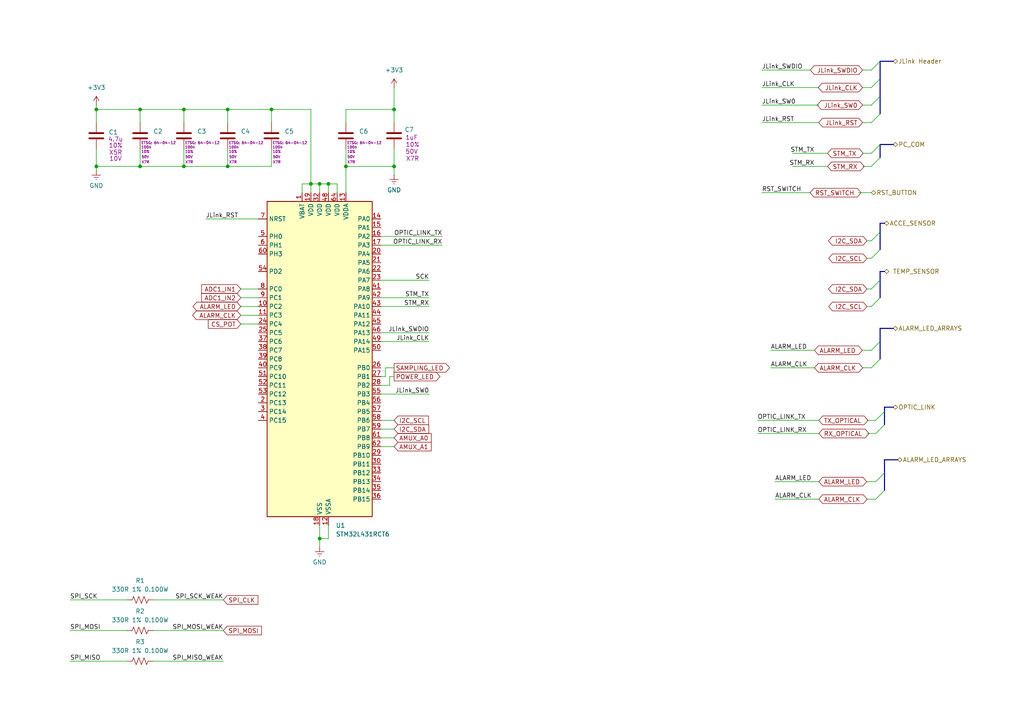
<source format=kicad_sch>
(kicad_sch (version 20250114) (generator "eeschema") (generator_version "9.0")
  (paper "A4")
  (lib_symbols
    (symbol "Device:C" (pin_numbers (hide yes)) (pin_names (offset 0.254))
      (property "Reference" "C" (at 0.635 2.54 0))
      (property "Value" "C" (at 0.635 -2.54 0))
      (symbol "C_0_1"
        (polyline (pts (xy -2.032 0.762) (xy 2.032 0.762)) (stroke (width 0.508)))
        (polyline (pts (xy -2.032 -0.762) (xy 2.032 -0.762)) (stroke (width 0.508)))
      )
      (symbol "C_1_1"
        (pin passive line (at 0 3.81 270) (length 2.794) (name "~") (number "1"))
        (pin passive line (at 0 -3.81 90) (length 2.794) (name "~") (number "2"))
      )
    )
    (symbol "Device:R_US" (pin_numbers (hide yes)) (pin_names (offset 0))
      (property "Reference" "R" (at 2.54 0 90))
      (property "Value" "R_US" (at -2.54 0 90))
      (symbol "R_US_0_1"
        (polyline (pts (xy 0 2.286) (xy 0 2.54)))
        (polyline (pts (xy 0 2.286) (xy 1.016 1.905) (xy 0 1.524) (xy -1.016 1.143) (xy 0 0.762)))
        (polyline (pts (xy 0 0.762) (xy 1.016 0.381) (xy 0 0) (xy -1.016 -0.381) (xy 0 -0.762)))
        (polyline (pts (xy 0 -0.762) (xy 1.016 -1.143) (xy 0 -1.524) (xy -1.016 -1.905) (xy 0 -2.286)))
        (polyline (pts (xy 0 -2.286) (xy 0 -2.54)))
      )
      (symbol "R_US_1_1"
        (pin passive line (at 0 3.81 270) (length 1.27) (name "~") (number "1"))
        (pin passive line (at 0 -3.81 90) (length 1.27) (name "~") (number "2"))
      )
    )
    (symbol "MCU_ST_STM32L4:STM32L431RCTx"
      (property "Reference" "U" (at -15.24 46.99 0))
      (property "Value" "STM32L431RCTx" (at 10.16 46.99 0))
      (symbol "STM32L431RCTx_0_1"
        (rectangle (start -15.24 -45.72) (end 15.24 45.72) (stroke (width 0.254)) (fill (type background)))
      )
      (symbol "STM32L431RCTx_1_1"
        (pin input line (at -17.78 40.64 0) (length 2.54) (name "NRST") (number "7"))
        (pin bidirectional line (at -17.78 35.56 0) (length 2.54) (name "PH0") (number "5"))
        (pin bidirectional line (at -17.78 33.02 0) (length 2.54) (name "PH1") (number "6"))
        (pin bidirectional line (at -17.78 30.48 0) (length 2.54) (name "PH3") (number "60"))
        (pin bidirectional line (at -17.78 25.4 0) (length 2.54) (name "PD2") (number "54"))
        (pin bidirectional line (at -17.78 20.32 0) (length 2.54) (name "PC0") (number "8"))
        (pin bidirectional line (at -17.78 17.78 0) (length 2.54) (name "PC1") (number "9"))
        (pin bidirectional line (at -17.78 15.24 0) (length 2.54) (name "PC2") (number "10"))
        (pin bidirectional line (at -17.78 12.7 0) (length 2.54) (name "PC3") (number "11"))
        (pin bidirectional line (at -17.78 10.16 0) (length 2.54) (name "PC4") (number "24"))
        (pin bidirectional line (at -17.78 7.62 0) (length 2.54) (name "PC5") (number "25"))
        (pin bidirectional line (at -17.78 5.08 0) (length 2.54) (name "PC6") (number "37"))
        (pin bidirectional line (at -17.78 2.54 0) (length 2.54) (name "PC7") (number "38"))
        (pin bidirectional line (at -17.78 0 0) (length 2.54) (name "PC8") (number "39"))
        (pin bidirectional line (at -17.78 -2.54 0) (length 2.54) (name "PC9") (number "40"))
        (pin bidirectional line (at -17.78 -5.08 0) (length 2.54) (name "PC10") (number "51"))
        (pin bidirectional line (at -17.78 -7.62 0) (length 2.54) (name "PC11") (number "52"))
        (pin bidirectional line (at -17.78 -10.16 0) (length 2.54) (name "PC12") (number "53"))
        (pin bidirectional line (at -17.78 -12.7 0) (length 2.54) (name "PC13") (number "2"))
        (pin bidirectional line (at -17.78 -15.24 0) (length 2.54) (name "PC14") (number "3"))
        (pin bidirectional line (at -17.78 -17.78 0) (length 2.54) (name "PC15") (number "4"))
        (pin power_in line (at -5.08 48.26 270) (length 2.54) (name "VBAT") (number "1"))
        (pin power_in line (at -2.54 48.26 270) (length 2.54) (name "VDD") (number "19"))
        (pin power_in line (at 0 48.26 270) (length 2.54) (name "VDD") (number "32"))
        (pin power_in line (at 0 -48.26 90) (length 2.54) (name "VSS") (number "18"))
        (pin passive line (at 0 -48.26 90) (length 2.54) (hide yes) (name "VSS") (number "31"))
        (pin passive line (at 0 -48.26 90) (length 2.54) (hide yes) (name "VSS") (number "47"))
        (pin passive line (at 0 -48.26 90) (length 2.54) (hide yes) (name "VSS") (number "63"))
        (pin power_in line (at 2.54 48.26 270) (length 2.54) (name "VDD") (number "48"))
        (pin power_in line (at 2.54 -48.26 90) (length 2.54) (name "VSSA") (number "12"))
        (pin power_in line (at 5.08 48.26 270) (length 2.54) (name "VDD") (number "64"))
        (pin power_in line (at 7.62 48.26 270) (length 2.54) (name "VDDA") (number "13"))
        (pin bidirectional line (at 17.78 40.64 180) (length 2.54) (name "PA0") (number "14"))
        (pin bidirectional line (at 17.78 38.1 180) (length 2.54) (name "PA1") (number "15"))
        (pin bidirectional line (at 17.78 35.56 180) (length 2.54) (name "PA2") (number "16"))
        (pin bidirectional line (at 17.78 33.02 180) (length 2.54) (name "PA3") (number "17"))
        (pin bidirectional line (at 17.78 30.48 180) (length 2.54) (name "PA4") (number "20"))
        (pin bidirectional line (at 17.78 27.94 180) (length 2.54) (name "PA5") (number "21"))
        (pin bidirectional line (at 17.78 25.4 180) (length 2.54) (name "PA6") (number "22"))
        (pin bidirectional line (at 17.78 22.86 180) (length 2.54) (name "PA7") (number "23"))
        (pin bidirectional line (at 17.78 20.32 180) (length 2.54) (name "PA8") (number "41"))
        (pin bidirectional line (at 17.78 17.78 180) (length 2.54) (name "PA9") (number "42"))
        (pin bidirectional line (at 17.78 15.24 180) (length 2.54) (name "PA10") (number "43"))
        (pin bidirectional line (at 17.78 12.7 180) (length 2.54) (name "PA11") (number "44"))
        (pin bidirectional line (at 17.78 10.16 180) (length 2.54) (name "PA12") (number "45"))
        (pin bidirectional line (at 17.78 7.62 180) (length 2.54) (name "PA13") (number "46"))
        (pin bidirectional line (at 17.78 5.08 180) (length 2.54) (name "PA14") (number "49"))
        (pin bidirectional line (at 17.78 2.54 180) (length 2.54) (name "PA15") (number "50"))
        (pin bidirectional line (at 17.78 -2.54 180) (length 2.54) (name "PB0") (number "26"))
        (pin bidirectional line (at 17.78 -5.08 180) (length 2.54) (name "PB1") (number "27"))
        (pin bidirectional line (at 17.78 -7.62 180) (length 2.54) (name "PB2") (number "28"))
        (pin bidirectional line (at 17.78 -10.16 180) (length 2.54) (name "PB3") (number "55"))
        (pin bidirectional line (at 17.78 -12.7 180) (length 2.54) (name "PB4") (number "56"))
        (pin bidirectional line (at 17.78 -15.24 180) (length 2.54) (name "PB5") (number "57"))
        (pin bidirectional line (at 17.78 -17.78 180) (length 2.54) (name "PB6") (number "58"))
        (pin bidirectional line (at 17.78 -20.32 180) (length 2.54) (name "PB7") (number "59"))
        (pin bidirectional line (at 17.78 -22.86 180) (length 2.54) (name "PB8") (number "61"))
        (pin bidirectional line (at 17.78 -25.4 180) (length 2.54) (name "PB9") (number "62"))
        (pin bidirectional line (at 17.78 -27.94 180) (length 2.54) (name "PB10") (number "29"))
        (pin bidirectional line (at 17.78 -30.48 180) (length 2.54) (name "PB11") (number "30"))
        (pin bidirectional line (at 17.78 -33.02 180) (length 2.54) (name "PB12") (number "33"))
        (pin bidirectional line (at 17.78 -35.56 180) (length 2.54) (name "PB13") (number "34"))
        (pin bidirectional line (at 17.78 -38.1 180) (length 2.54) (name "PB14") (number "35"))
        (pin bidirectional line (at 17.78 -40.64 180) (length 2.54) (name "PB15") (number "36"))
      )
    )
    (symbol "power:+3V3" (power) (pin_numbers (hide yes)) (pin_names (offset 0) (hide yes))
      (property "Value" "+3V3" (at 0 3.556 0))
      (symbol "+3V3_0_1"
        (polyline (pts (xy -0.762 1.27) (xy 0 2.54)))
        (polyline (pts (xy 0 2.54) (xy 0.762 1.27)))
        (polyline (pts (xy 0 0) (xy 0 2.54)))
      )
      (symbol "+3V3_1_1"
        (pin power_in line (at 0 0 90) (length 0) (name "~") (number "1"))
      )
    )
    (symbol "power:Earth" (power) (pin_numbers (hide yes)) (pin_names (offset 0) (hide yes))
      (property "Value" "Earth" (at 0 -3.81 0))
      (symbol "Earth_0_1"
        (polyline (pts (xy -0.635 -1.905) (xy 0.635 -1.905)))
        (polyline (pts (xy -0.127 -2.54) (xy 0.127 -2.54)))
        (polyline (pts (xy 0 -1.27) (xy 0 0)))
        (polyline (pts (xy 1.27 -1.27) (xy -1.27 -1.27)))
      )
      (symbol "Earth_1_1"
        (pin power_in line (at 0 0 270) (length 0) (name "~") (number "1"))
      )
    )
  )
  (junction (at 92.71 53.34))
  (junction (at 114.3 31.75))
  (junction (at 40.64 48.26))
  (junction (at 66.04 31.75))
  (junction (at 40.64 31.75))
  (junction (at 90.17 53.34))
  (junction (at 78.74 31.75))
  (junction (at 95.25 53.34))
  (junction (at 53.34 31.75))
  (junction (at 27.94 48.26))
  (junction (at 53.34 48.26))
  (junction (at 27.94 31.75))
  (junction (at 114.3 48.26))
  (junction (at 92.71 156.21))
  (junction (at 66.04 48.26))
  (junction (at 100.33 48.26))
  (bus_entry (at 255.27 86.36) (size -2.54 2.54))
  (bus_entry (at 256.54 142.24) (size -2.54 2.54))
  (bus_entry (at 255.27 99.06) (size -2.54 2.54))
  (bus_entry (at 252.73 69.85) (size 2.54 -2.54))
  (bus_entry (at 255.27 22.86) (size -2.54 2.54))
  (bus_entry (at 255.27 104.14) (size -2.54 2.54))
  (bus_entry (at 255.27 45.72) (size -2.54 2.54))
  (bus_entry (at 255.27 41.91) (size -2.54 2.54))
  (bus_entry (at 256.54 119.38) (size -2.54 2.54))
  (bus_entry (at 255.27 81.28) (size -2.54 2.54))
  (bus_entry (at 255.27 27.94) (size -2.54 2.54))
  (bus_entry (at 255.27 17.78) (size -2.54 2.54))
  (bus_entry (at 256.54 137.16) (size -2.54 2.54))
  (bus_entry (at 252.73 74.93) (size 2.54 -2.54))
  (bus_entry (at 255.27 33.02) (size -2.54 2.54))
  (bus_entry (at 256.54 123.19) (size -2.54 2.54))
  (wire (pts (xy 100.33 43.18) (xy 100.33 48.26)))
  (wire (pts (xy 252.73 20.32) (xy 250.19 20.32)))
  (bus (pts (xy 256.54 142.24) (xy 256.54 137.16)))
  (wire (pts (xy 251.46 88.9) (xy 252.73 88.9)))
  (wire (pts (xy 234.95 20.32) (xy 220.98 20.32)))
  (wire (pts (xy 224.79 139.7) (xy 237.49 139.7)))
  (wire (pts (xy 254 139.7) (xy 251.46 139.7)))
  (wire (pts (xy 252.73 44.45) (xy 250.19 44.45)))
  (wire (pts (xy 53.34 48.26) (xy 66.04 48.26)))
  (wire (pts (xy 236.22 106.68) (xy 223.52 106.68)))
  (wire (pts (xy 100.33 31.75) (xy 100.33 35.56)))
  (bus (pts (xy 256.54 123.19) (xy 256.54 119.38)))
  (wire (pts (xy 66.04 31.75) (xy 78.74 31.75)))
  (wire (pts (xy 223.52 101.6) (xy 236.22 101.6)))
  (wire (pts (xy 27.94 49.53) (xy 27.94 48.26)))
  (wire (pts (xy 27.94 43.18) (xy 27.94 48.26)))
  (wire (pts (xy 92.71 53.34) (xy 95.25 53.34)))
  (wire (pts (xy 20.32 173.99) (xy 36.83 173.99)))
  (bus (pts (xy 255.27 78.74) (xy 256.54 78.74)))
  (wire (pts (xy 110.49 81.28) (xy 124.46 81.28)))
  (wire (pts (xy 53.34 43.18) (xy 53.34 48.26)))
  (wire (pts (xy 240.03 48.26) (xy 229.87 48.26)))
  (bus (pts (xy 255.27 99.06) (xy 255.27 95.25)))
  (bus (pts (xy 255.27 81.28) (xy 255.27 78.74)))
  (wire (pts (xy 111.76 106.68) (xy 111.76 109.22)))
  (wire (pts (xy 44.45 191.77) (xy 64.77 191.77)))
  (wire (pts (xy 110.49 127) (xy 114.3 127)))
  (bus (pts (xy 255.27 104.14) (xy 255.27 99.06)))
  (wire (pts (xy 252.73 101.6) (xy 250.19 101.6)))
  (bus (pts (xy 255.27 41.91) (xy 259.08 41.91)))
  (wire (pts (xy 100.33 31.75) (xy 114.3 31.75)))
  (wire (pts (xy 254 125.73) (xy 251.46 125.73)))
  (wire (pts (xy 40.64 31.75) (xy 40.64 35.56)))
  (wire (pts (xy 252.73 55.88) (xy 248.92 55.88)))
  (wire (pts (xy 254 121.92) (xy 251.46 121.92)))
  (wire (pts (xy 44.45 173.99) (xy 64.77 173.99)))
  (bus (pts (xy 255.27 95.25) (xy 259.08 95.25)))
  (wire (pts (xy 59.69 63.5) (xy 74.93 63.5)))
  (wire (pts (xy 237.49 35.56) (xy 220.98 35.56)))
  (wire (pts (xy 78.74 31.75) (xy 78.74 35.56)))
  (wire (pts (xy 110.49 124.46) (xy 114.3 124.46)))
  (wire (pts (xy 114.3 43.18) (xy 114.3 48.26)))
  (wire (pts (xy 254 144.78) (xy 251.46 144.78)))
  (wire (pts (xy 114.3 31.75) (xy 114.3 35.56)))
  (wire (pts (xy 252.73 30.48) (xy 250.19 30.48)))
  (wire (pts (xy 40.64 31.75) (xy 53.34 31.75)))
  (wire (pts (xy 110.49 121.92) (xy 114.3 121.92)))
  (wire (pts (xy 110.49 96.52) (xy 124.46 96.52)))
  (wire (pts (xy 27.94 30.48) (xy 27.94 31.75)))
  (wire (pts (xy 237.49 125.73) (xy 219.71 125.73)))
  (wire (pts (xy 53.34 31.75) (xy 53.34 35.56)))
  (wire (pts (xy 27.94 31.75) (xy 27.94 35.56)))
  (wire (pts (xy 27.94 48.26) (xy 40.64 48.26)))
  (wire (pts (xy 90.17 31.75) (xy 90.17 53.34)))
  (bus (pts (xy 255.27 17.78) (xy 259.08 17.78)))
  (wire (pts (xy 251.46 83.82) (xy 252.73 83.82)))
  (wire (pts (xy 237.49 121.92) (xy 219.71 121.92)))
  (wire (pts (xy 252.73 48.26) (xy 250.19 48.26)))
  (wire (pts (xy 66.04 48.26) (xy 78.74 48.26)))
  (wire (pts (xy 92.71 156.21) (xy 92.71 152.4)))
  (bus (pts (xy 255.27 72.39) (xy 255.27 67.31)))
  (wire (pts (xy 110.49 88.9) (xy 124.46 88.9)))
  (wire (pts (xy 69.85 88.9) (xy 74.93 88.9)))
  (wire (pts (xy 66.04 31.75) (xy 66.04 35.56)))
  (wire (pts (xy 69.85 93.98) (xy 74.93 93.98)))
  (wire (pts (xy 78.74 31.75) (xy 90.17 31.75)))
  (wire (pts (xy 87.63 53.34) (xy 90.17 53.34)))
  (bus (pts (xy 255.27 64.77) (xy 256.54 64.77)))
  (wire (pts (xy 69.85 83.82) (xy 74.93 83.82)))
  (wire (pts (xy 40.64 48.26) (xy 53.34 48.26)))
  (bus (pts (xy 255.27 45.72) (xy 255.27 41.91)))
  (bus (pts (xy 256.54 133.35) (xy 260.35 133.35)))
  (wire (pts (xy 110.49 99.06) (xy 124.46 99.06)))
  (wire (pts (xy 252.73 106.68) (xy 250.19 106.68)))
  (wire (pts (xy 69.85 86.36) (xy 74.93 86.36)))
  (wire (pts (xy 90.17 53.34) (xy 90.17 55.88)))
  (bus (pts (xy 255.27 22.86) (xy 255.27 17.78)))
  (wire (pts (xy 114.3 48.26) (xy 114.3 50.8)))
  (wire (pts (xy 110.49 114.3) (xy 124.46 114.3)))
  (wire (pts (xy 110.49 109.22) (xy 111.76 109.22)))
  (bus (pts (xy 256.54 119.38) (xy 256.54 118.11)))
  (wire (pts (xy 92.71 158.75) (xy 92.71 156.21)))
  (wire (pts (xy 20.32 191.77) (xy 36.83 191.77)))
  (wire (pts (xy 110.49 129.54) (xy 114.3 129.54)))
  (wire (pts (xy 27.94 31.75) (xy 40.64 31.75)))
  (wire (pts (xy 220.98 55.88) (xy 234.95 55.88)))
  (wire (pts (xy 114.3 25.4) (xy 114.3 31.75)))
  (bus (pts (xy 255.27 27.94) (xy 255.27 33.02)))
  (wire (pts (xy 114.3 109.22) (xy 113.03 109.22)))
  (wire (pts (xy 251.46 74.93) (xy 252.73 74.93)))
  (wire (pts (xy 78.74 43.18) (xy 78.74 48.26)))
  (wire (pts (xy 95.25 156.21) (xy 95.25 152.4)))
  (wire (pts (xy 252.73 35.56) (xy 250.19 35.56)))
  (wire (pts (xy 53.34 31.75) (xy 66.04 31.75)))
  (wire (pts (xy 66.04 43.18) (xy 66.04 48.26)))
  (wire (pts (xy 252.73 25.4) (xy 250.19 25.4)))
  (bus (pts (xy 255.27 67.31) (xy 255.27 64.77)))
  (wire (pts (xy 237.49 144.78) (xy 224.79 144.78)))
  (wire (pts (xy 113.03 109.22) (xy 113.03 111.76)))
  (wire (pts (xy 92.71 156.21) (xy 95.25 156.21)))
  (wire (pts (xy 44.45 182.88) (xy 64.77 182.88)))
  (wire (pts (xy 40.64 43.18) (xy 40.64 48.26)))
  (wire (pts (xy 110.49 68.58) (xy 128.27 68.58)))
  (wire (pts (xy 110.49 71.12) (xy 128.27 71.12)))
  (bus (pts (xy 255.27 27.94) (xy 255.27 22.86)))
  (wire (pts (xy 100.33 48.26) (xy 114.3 48.26)))
  (wire (pts (xy 100.33 48.26) (xy 100.33 55.88)))
  (wire (pts (xy 95.25 53.34) (xy 95.25 55.88)))
  (bus (pts (xy 256.54 118.11) (xy 259.08 118.11)))
  (wire (pts (xy 69.85 91.44) (xy 74.93 91.44)))
  (wire (pts (xy 97.79 53.34) (xy 97.79 55.88)))
  (wire (pts (xy 95.25 53.34) (xy 97.79 53.34)))
  (wire (pts (xy 92.71 53.34) (xy 92.71 55.88)))
  (wire (pts (xy 110.49 111.76) (xy 113.03 111.76)))
  (bus (pts (xy 255.27 86.36) (xy 255.27 81.28)))
  (bus (pts (xy 256.54 137.16) (xy 256.54 133.35)))
  (wire (pts (xy 90.17 53.34) (xy 92.71 53.34)))
  (wire (pts (xy 237.49 30.48) (xy 220.98 30.48)))
  (wire (pts (xy 110.49 86.36) (xy 124.46 86.36)))
  (wire (pts (xy 251.46 69.85) (xy 252.73 69.85)))
  (wire (pts (xy 20.32 182.88) (xy 36.83 182.88)))
  (wire (pts (xy 114.3 106.68) (xy 111.76 106.68)))
  (wire (pts (xy 87.63 53.34) (xy 87.63 55.88)))
  (wire (pts (xy 240.03 44.45) (xy 229.87 44.45)))
  (wire (pts (xy 237.49 25.4) (xy 220.98 25.4)))
  (label "SPI_SCK" (at 20.32 173.99 0))
  (label "SCK" (at 124.46 81.28 180))
  (label "SPI_MISO_WEAK" (at 64.77 191.77 180))
  (label "JLink_CLK" (at 124.46 99.06 180))
  (label "JLink_SWDIO" (at 124.46 96.52 180))
  (label "RST_SWITCH" (at 220.98 55.88 0))
  (label "JLink_RST" (at 59.69 63.5 0))
  (label "STM_TX" (at 236.22 44.45 180))
  (label "ALARM_CLK" (at 224.79 144.78 0))
  (label "STM_RX" (at 236.22 48.26 180))
  (label "JLink_SW0" (at 124.46 114.3 180))
  (label "STM_TX" (at 124.46 86.36 180))
  (label "ALARM_LED" (at 223.52 101.6 0))
  (label "OPTIC_LINK_RX" (at 128.27 71.12 180))
  (label "SPI_SCK_WEAK" (at 64.77 173.99 180))
  (label "JLink_SWDIO" (at 220.98 20.32 0))
  (label "OPTIC_LINK_TX" (at 219.71 121.92 0))
  (label "SPI_MOSI_WEAK" (at 64.77 182.88 180))
  (label "STM_RX" (at 124.46 88.9 180))
  (label "OPTIC_LINK_TX" (at 128.27 68.58 180))
  (label "JLink_RST" (at 220.98 35.56 0))
  (label "SPI_MISO" (at 20.32 191.77 0))
  (label "JLink_CLK" (at 220.98 25.4 0))
  (label "SPI_MOSI" (at 20.32 182.88 0))
  (label "OPTIC_LINK_RX" (at 219.71 125.73 0))
  (label "ALARM_LED" (at 224.79 139.7 0))
  (label "ALARM_CLK" (at 223.52 106.68 0))
  (label "JLink_SW0" (at 220.98 30.48 0))
  (global_label "ADC1_IN1" (shape input) (at 69.85 83.82 180) (property "Intersheetrefs" "${INTERSHEET_REFS}" (effects (hide yes))))
  (global_label "SPI_MOSI" (shape input) (at 64.77 182.88 0) (property "Intersheetrefs" "${INTERSHEET_REFS}" (effects (hide yes))))
  (global_label "RX_OPTICAL" (shape bidirectional) (at 237.49 125.73 0) (property "Intersheetrefs" "${INTERSHEET_REFS}" (effects (hide yes))))
  (global_label "ADC1_IN2" (shape input) (at 69.85 86.36 180) (property "Intersheetrefs" "${INTERSHEET_REFS}" (effects (hide yes))))
  (global_label "JLink_CLK" (shape bidirectional) (at 250.19 25.4 180) (property "Intersheetrefs" "${INTERSHEET_REFS}" (effects (hide yes))))
  (global_label "SAMPLING_LED" (shape output) (at 114.3 106.68 0) (property "Intersheetrefs" "${INTERSHEET_REFS}" (effects (hide yes))))
  (global_label "I2C_SCL" (shape input) (at 114.3 121.92 0) (property "Intersheetrefs" "${INTERSHEET_REFS}" (effects (hide yes))))
  (global_label "ALARM_LED" (shape bidirectional) (at 237.49 139.7 0) (property "Intersheetrefs" "${INTERSHEET_REFS}" (effects (hide yes))))
  (global_label "ALARM_CLK" (shape bidirectional) (at 237.49 144.78 0) (property "Intersheetrefs" "${INTERSHEET_REFS}" (effects (hide yes))))
  (global_label "CS_POT" (shape input) (at 69.85 93.98 180) (property "Intersheetrefs" "${INTERSHEET_REFS}" (effects (hide yes))))
  (global_label "AMUX_A0" (shape input) (at 114.3 127 0) (property "Intersheetrefs" "${INTERSHEET_REFS}" (effects (hide yes))))
  (global_label "ALARM_CLK" (shape bidirectional) (at 69.85 91.44 180) (property "Intersheetrefs" "${INTERSHEET_REFS}" (effects (hide yes))))
  (global_label "I2C_SCL" (shape bidirectional) (at 251.46 74.93 180) (property "Intersheetrefs" "${INTERSHEET_REFS}" (effects (hide yes))))
  (global_label "RST_SWITCH" (shape bidirectional) (at 234.95 55.88 0) (property "Intersheetrefs" "${INTERSHEET_REFS}" (effects (hide yes))))
  (global_label "ALARM_LED" (shape bidirectional) (at 69.85 88.9 180) (property "Intersheetrefs" "${INTERSHEET_REFS}" (effects (hide yes))))
  (global_label "STM_TX" (shape bidirectional) (at 240.03 44.45 0) (property "Intersheetrefs" "${INTERSHEET_REFS}" (effects (hide yes))))
  (global_label "ALARM_LED" (shape bidirectional) (at 236.22 101.6 0) (property "Intersheetrefs" "${INTERSHEET_REFS}" (effects (hide yes))))
  (global_label "JLink_SWDIO" (shape bidirectional) (at 250.19 20.32 180) (property "Intersheetrefs" "${INTERSHEET_REFS}" (effects (hide yes))))
  (global_label "TX_OPTICAL" (shape bidirectional) (at 237.49 121.92 0) (property "Intersheetrefs" "${INTERSHEET_REFS}" (effects (hide yes))))
  (global_label "JLink_SW0" (shape bidirectional) (at 250.19 30.48 180) (property "Intersheetrefs" "${INTERSHEET_REFS}" (effects (hide yes))))
  (global_label "I2C_SCL" (shape bidirectional) (at 251.46 88.9 180) (property "Intersheetrefs" "${INTERSHEET_REFS}" (effects (hide yes))))
  (global_label "POWER_LED" (shape output) (at 114.3 109.22 0) (property "Intersheetrefs" "${INTERSHEET_REFS}" (effects (hide yes))))
  (global_label "I2C_SDA" (shape bidirectional) (at 251.46 83.82 180) (property "Intersheetrefs" "${INTERSHEET_REFS}" (effects (hide yes))))
  (global_label "I2C_SDA" (shape input) (at 114.3 124.46 0) (property "Intersheetrefs" "${INTERSHEET_REFS}" (effects (hide yes))))
  (global_label "SPI_CLK" (shape input) (at 64.77 173.99 0) (property "Intersheetrefs" "${INTERSHEET_REFS}" (effects (hide yes))))
  (global_label "I2C_SDA" (shape bidirectional) (at 251.46 69.85 180) (property "Intersheetrefs" "${INTERSHEET_REFS}" (effects (hide yes))))
  (global_label "ALARM_CLK" (shape bidirectional) (at 236.22 106.68 0) (property "Intersheetrefs" "${INTERSHEET_REFS}" (effects (hide yes))))
  (global_label "STM_RX" (shape bidirectional) (at 240.03 48.26 0) (property "Intersheetrefs" "${INTERSHEET_REFS}" (effects (hide yes))))
  (global_label "AMUX_A1" (shape input) (at 114.3 129.54 0) (property "Intersheetrefs" "${INTERSHEET_REFS}" (effects (hide yes))))
  (global_label "JLink_RST" (shape bidirectional) (at 250.19 35.56 180) (property "Intersheetrefs" "${INTERSHEET_REFS}" (effects (hide yes))))
  (hierarchical_label "RST_BUTTON" (shape bidirectional) (at 252.73 55.88 0))
  (hierarchical_label " TEMP_SENSOR" (shape bidirectional) (at 256.54 78.74 0))
  (hierarchical_label "ACCE_SENSOR" (shape bidirectional) (at 256.54 64.77 0))
  (hierarchical_label "ALARM_LED_ARRAYS" (shape bidirectional) (at 260.35 133.35 0))
  (hierarchical_label "ALARM_LED_ARRAYS" (shape bidirectional) (at 259.08 95.25 0))
  (hierarchical_label "JLink Header" (shape bidirectional) (at 259.08 17.78 0))
  (hierarchical_label "OPTIC_LINK" (shape bidirectional) (at 259.08 118.11 0))
  (hierarchical_label "PC_COM" (shape bidirectional) (at 259.08 41.91 0))
  (symbol (lib_id "Device:C") (at 66.04 39.37 0) (unit 1)
    (property "Reference" "C4" (at 69.85 38.0999 0) (effects (justify left)))
    (property "Value" "100n" (effects (hide yes)))
    (property "Footprint" "Capacitor_SMD:C_0805_2012Metric_Pad1.18x1.45mm_HandSolder" (effects (hide yes)))
    (property "Description" "ETSG: 64-04-12" (at 71.374 41.402 0) (effects (font (size 0.762 0.762))))
    (property "Field5" "100n" (at 67.818 42.672 0) (effects (font (size 0.762 0.762))))
    (property "Field6" "10%" (at 67.564 43.942 0) (effects (font (size 0.762 0.762))))
    (property "Field7" "50V " (at 67.818 45.466 0) (effects (font (size 0.762 0.762))))
    (property "Field8" "X7R" (at 67.564 46.99 0) (effects (font (size 0.762 0.762))))
  )
  (symbol (lib_id "MCU_ST_STM32L4:STM32L431RCTx") (at 92.71 104.14 0) (unit 1)
    (property "Reference" "U1" (at 97.3933 152.4 0) (effects (justify left)))
    (property "Value" "STM32L431RCT6" (at 97.3933 154.94 0) (effects (justify left)))
    (property "Footprint" "Package_QFP:LQFP-64_10x10mm_P0.5mm" (effects (hide yes)))
    (property "Datasheet" "https://www.st.com/resource/en/datasheet/stm32l431rc.pdf" (effects (hide yes)))
    (property "Description" "STMicroelectronics Arm Cortex-M4 MCU, 256KB flash, 64KB RAM, 80 MHz, 1.71-3.6V, 52 GPIO, LQFP64" (effects (hide yes)))
  )
  (symbol (lib_id "Device:C") (at 100.33 39.37 0) (unit 1)
    (property "Reference" "C6" (at 104.14 38.0999 0) (effects (justify left)))
    (property "Value" "100n" (effects (hide yes)))
    (property "Footprint" "Capacitor_SMD:C_0805_2012Metric_Pad1.18x1.45mm_HandSolder" (effects (hide yes)))
    (property "Description" "ETSG: 64-04-12" (at 105.664 41.402 0) (effects (font (size 0.762 0.762))))
    (property "Field5" "100n" (at 102.108 42.672 0) (effects (font (size 0.762 0.762))))
    (property "Field6" "10%" (at 101.854 43.942 0) (effects (font (size 0.762 0.762))))
    (property "Field7" "50V " (at 102.108 45.466 0) (effects (font (size 0.762 0.762))))
    (property "Field8" "X7R" (at 101.854 46.99 0) (effects (font (size 0.762 0.762))))
  )
  (symbol (lib_id "power:+3V3") (at 27.94 30.48 0) (unit 1)
    (property "Reference" "#PWR06" (effects (hide yes)))
    (property "Value" "+3V3" (at 27.94 25.4 0))
    (property "Description" "Power symbol creates a global label with name \"+3V3\"" (effects (hide yes)))
  )
  (symbol (lib_id "Device:C") (at 78.74 39.37 0) (unit 1)
    (property "Reference" "C5" (at 82.55 38.0999 0) (effects (justify left)))
    (property "Value" "100n" (effects (hide yes)))
    (property "Footprint" "Capacitor_SMD:C_0805_2012Metric_Pad1.18x1.45mm_HandSolder" (effects (hide yes)))
    (property "Description" "ETSG: 64-04-12" (at 84.074 41.402 0) (effects (font (size 0.762 0.762))))
    (property "Field5" "100n" (at 80.518 42.672 0) (effects (font (size 0.762 0.762))))
    (property "Field6" "10%" (at 80.264 43.942 0) (effects (font (size 0.762 0.762))))
    (property "Field7" "50V " (at 80.518 45.466 0) (effects (font (size 0.762 0.762))))
    (property "Field8" "X7R" (at 80.264 46.99 0) (effects (font (size 0.762 0.762))))
  )
  (symbol (lib_id "Device:C") (at 40.64 39.37 0) (unit 1)
    (property "Reference" "C2" (at 44.45 38.0999 0) (effects (justify left)))
    (property "Value" "100n" (effects (hide yes)))
    (property "Footprint" "Capacitor_SMD:C_0805_2012Metric_Pad1.18x1.45mm_HandSolder" (effects (hide yes)))
    (property "Description" "ETSG: 64-04-12" (at 45.974 41.402 0) (effects (font (size 0.762 0.762))))
    (property "Field5" "100n" (at 42.418 42.672 0) (effects (font (size 0.762 0.762))))
    (property "Field6" "10%" (at 42.164 43.942 0) (effects (font (size 0.762 0.762))))
    (property "Field7" "50V " (at 42.418 45.466 0) (effects (font (size 0.762 0.762))))
    (property "Field8" "X7R" (at 42.164 46.99 0) (effects (font (size 0.762 0.762))))
  )
  (symbol (lib_id "Device:R_US") (at 40.64 191.77 90) (unit 1)
    (property "Reference" "R3" (at 40.64 186.182 90))
    (property "Value" "330R 1% 0.100W" (at 40.64 188.722 90))
    (property "Footprint" "Resistor_THT:R_Axial_DIN0207_L6.3mm_D2.5mm_P10.16mm_Horizontal" (effects (hide yes)))
    (property "Description" "Resistor, US symbol" (effects (hide yes)))
  )
  (symbol (lib_id "power:Earth") (at 92.71 158.75 0) (unit 1)
    (property "Reference" "#PWR022" (effects (hide yes)))
    (property "Value" "GND" (at 92.71 163.068 0))
    (property "Description" "Power symbol creates a global label with name \"Earth\"" (effects (hide yes)))
  )
  (symbol (lib_id "Device:R_US") (at 40.64 182.88 90) (unit 1)
    (property "Reference" "R2" (at 40.64 177.292 90))
    (property "Value" "330R 1% 0.100W" (at 40.64 179.832 90))
    (property "Footprint" "Resistor_THT:R_Axial_DIN0207_L6.3mm_D2.5mm_P10.16mm_Horizontal" (effects (hide yes)))
    (property "Description" "Resistor, US symbol" (effects (hide yes)))
  )
  (symbol (lib_id "Device:C") (at 53.34 39.37 0) (unit 1)
    (property "Reference" "C3" (at 57.15 38.0999 0) (effects (justify left)))
    (property "Value" "100n" (effects (hide yes)))
    (property "Footprint" "Capacitor_SMD:C_0805_2012Metric_Pad1.18x1.45mm_HandSolder" (effects (hide yes)))
    (property "Description" "ETSG: 64-04-12" (at 58.674 41.402 0) (effects (font (size 0.762 0.762))))
    (property "Field5" "100n" (at 55.118 42.672 0) (effects (font (size 0.762 0.762))))
    (property "Field6" "10%" (at 54.864 43.942 0) (effects (font (size 0.762 0.762))))
    (property "Field7" "50V " (at 55.118 45.466 0) (effects (font (size 0.762 0.762))))
    (property "Field8" "X7R" (at 54.864 46.99 0) (effects (font (size 0.762 0.762))))
  )
  (symbol (lib_id "power:Earth") (at 114.3 50.8 0) (unit 1)
    (property "Reference" "#PWR011" (effects (hide yes)))
    (property "Value" "GND" (at 114.3 55.118 0))
    (property "Description" "Power symbol creates a global label with name \"Earth\"" (effects (hide yes)))
  )
  (symbol (lib_id "Device:C") (at 27.94 39.37 0) (unit 1)
    (property "Reference" "C1" (at 31.496 38.354 0) (effects (justify left)))
    (property "Value" "4.7u 10% 10V X5R" (effects (hide yes)))
    (property "Footprint" "Capacitor_SMD:C_0201_0603Metric_Pad0.64x0.40mm_HandSolder" (effects (hide yes)))
    (property "Description" "4.7u" (at 33.528 40.386 0))
    (property "Field5" "10% " (at 34.036 42.164 0))
    (property "Field6" "10V" (at 33.528 45.974 0))
    (property "Field7" "X5R" (at 33.528 44.196 0))
  )
  (symbol (lib_id "power:+3V3") (at 114.3 25.4 0) (unit 1)
    (property "Reference" "#PWR023" (effects (hide yes)))
    (property "Value" "+3V3" (at 114.3 20.32 0))
    (property "Description" "Power symbol creates a global label with name \"+3V3\"" (effects (hide yes)))
  )
  (symbol (lib_id "power:Earth") (at 27.94 49.53 0) (unit 1)
    (property "Reference" "#PWR021" (effects (hide yes)))
    (property "Value" "GND" (at 27.94 53.848 0))
    (property "Description" "Power symbol creates a global label with name \"Earth\"" (effects (hide yes)))
  )
  (symbol (lib_id "Device:C") (at 114.3 39.37 0) (unit 1)
    (property "Reference" "C7" (at 117.348 37.592 0) (effects (justify left)))
    (property "Value" "1UF" (effects (hide yes)))
    (property "Footprint" "Capacitor_SMD:C_0201_0603Metric_Pad0.64x0.40mm_HandSolder" (effects (hide yes)))
    (property "Description" "1uF" (at 119.38 39.878 0))
    (property "Field5" "10% " (at 120.142 41.91 0))
    (property "Field6" "50V " (at 119.888 43.942 0))
    (property "Field7" "X7R" (at 119.634 45.974 0))
  )
  (symbol (lib_id "Device:R_US") (at 40.64 173.99 90) (unit 1)
    (property "Reference" "R1" (at 40.64 168.402 90))
    (property "Value" "330R 1% 0.100W" (at 40.64 170.942 90))
    (property "Footprint" "Resistor_THT:R_Axial_DIN0207_L6.3mm_D2.5mm_P10.16mm_Horizontal" (effects (hide yes)))
    (property "Description" "Resistor, US symbol" (effects (hide yes)))
  )
)
</source>
